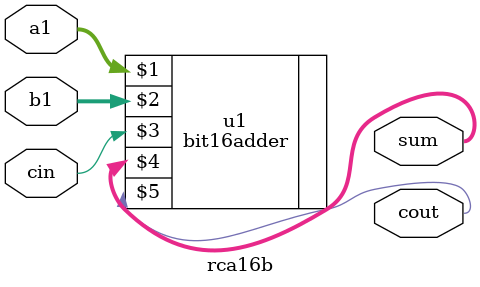
<source format=v>
module rca16b(input[15:0] a1,b1, input cin, output[15:0] sum, output cout);
	bit16adder u1(a1, b1, cin, sum, cout);
endmodule
</source>
